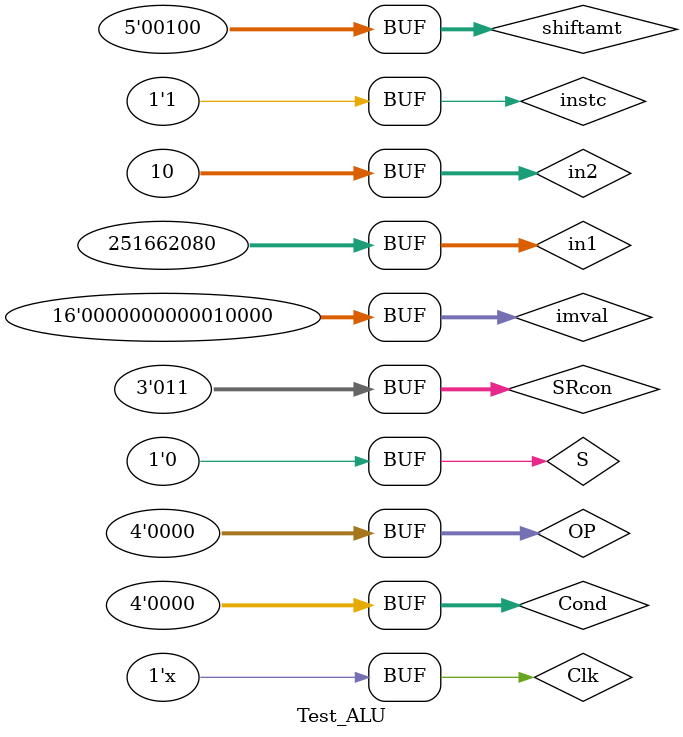
<source format=v>
module Test_ALU;
	reg [31:0] in1, in2; //i_in1 is source2, i_in2 is source1
	reg [15:0] imval;
	reg [4:0] shiftamt;
	reg [3:0] Cond, OP;
	reg [2:0] SRcon;
	reg Clk, S, instc;
	
	wire [31:0] result; 
	wire [7:0] program_counter;
	wire [3:0] flags; //N,Z,C,V
	
	
	initial 
	begin
			Cond=0; OP=4'b0000; in1=7; in2=4; S=0; SRcon=0; imval=0; Clk=1;
		#10 OP = 4'b0001;
		#10 OP = 4'b0010; instc=1;
		#10 OP = 4'b0011;
		#10 OP = 4'b0100;
		#10 OP = 4'b0101; imval=5'b10000;
		#10 OP = 4'b0110; 
		#10 OP = 4'b0111; instc=1;
		#10 OP = 4'b1000;
		#10 S = 1'b1;
		#10 in1 = 10; in2 = 5;
		#10 in1 = 5; in2 = 10;
		#10 OP = 0001; in1 = 4; in2 = 7; 
		#10 in1 = 7; in2 = 4;
		#10 OP = 4'b0000; Cond=4'b0010; in1=10; in2=5;
		#10 in1=3; in2=7;
		#10 Cond=4'b0011;
		#10 Cond=0; S=0; in2=1;
		#10 in1 = 32'b00001111000000000000111100000000; shiftamt = 4; SRcon = 3'b001;
		#10 SRcon = 3'b010;
		#10 in2 = 10; SRcon = 3'b011;
			//~ Cond=0; OP=4'b0110; S=0; imval=4; instc=1;
		//~ #10 OP=1000; in1=3; in2=8;
		//~ #10 Cond=4'b0010; OP=4'b0000; 
			//~ Cond=4'b0011; OP=4'b0010; in1=15; in2=2; SRcon=3'b001; shiftamt=1; Clk=1; imval=0;
		//~ #10 Cond=4'b0010;
	end

	always #5 Clk=~Clk;

	initial
	begin
	$monitor($time," Cond=%b, OP=%b, Shift=%b, S=%b, in1=%d, in2=%d, result=%d, flag=%b, prog_count=%d", Cond,OP,SRcon,S,in1,in2,result,flags,program_counter);
	end
	
	ALU alu(Clk, Cond, OP, S, instc, SRcon, in1, in2, shiftamt, imval, result, program_counter, flags); 
		   //(Clk, Cond, OP, S, instrc, SRcon, i_in1, i_in2, i_shiftamt, i_imval, o_result, o_programcounter, o_Conflags)
endmodule

</source>
